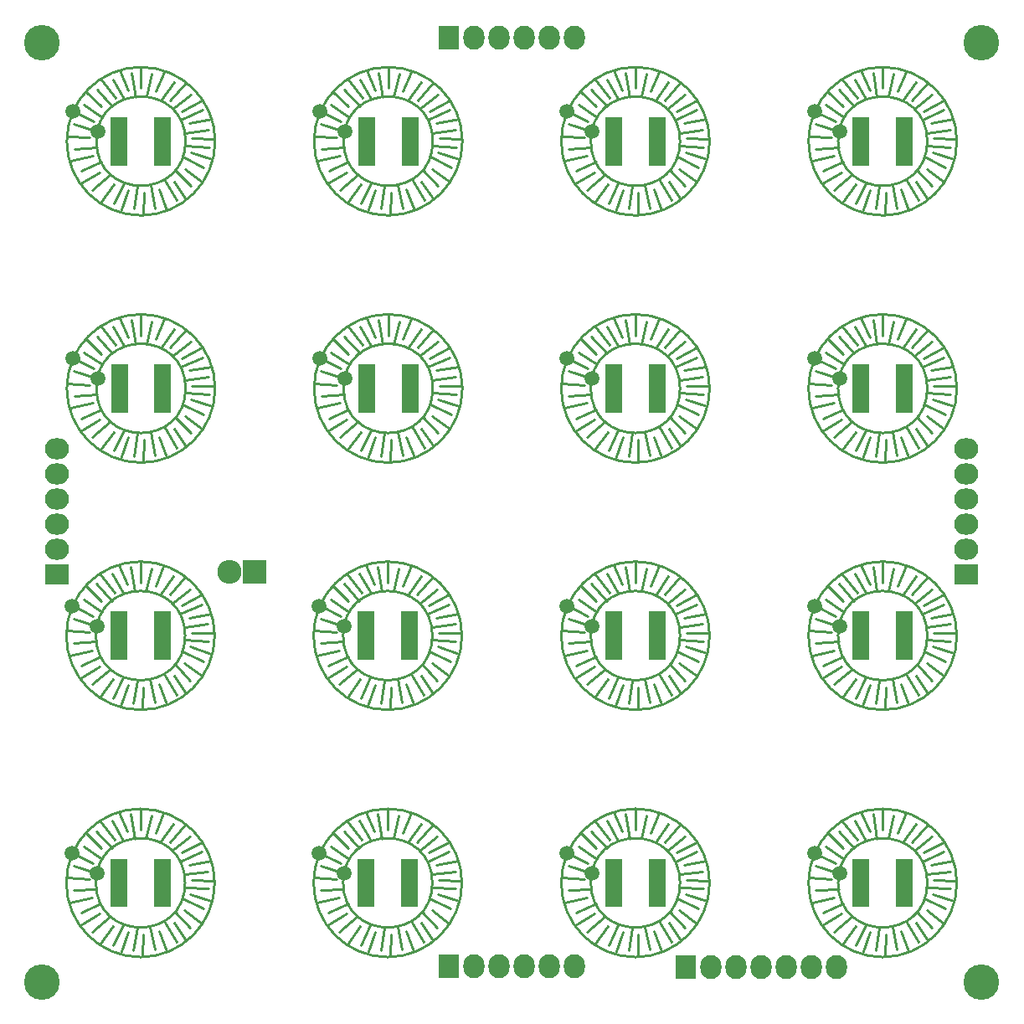
<source format=gbr>
G04 #@! TF.FileFunction,Soldermask,Top*
%FSLAX46Y46*%
G04 Gerber Fmt 4.6, Leading zero omitted, Abs format (unit mm)*
G04 Created by KiCad (PCBNEW 4.0.2-stable) date Onsdag 20 Juli 2016 10:28:16*
%MOMM*%
G01*
G04 APERTURE LIST*
%ADD10C,0.100000*%
%ADD11C,0.254000*%
%ADD12C,3.600000*%
%ADD13R,2.432000X2.432000*%
%ADD14O,2.432000X2.432000*%
%ADD15R,2.127200X2.432000*%
%ADD16O,2.127200X2.432000*%
%ADD17R,2.432000X2.127200*%
%ADD18O,2.432000X2.127200*%
%ADD19C,1.508000*%
%ADD20R,1.800000X1.800000*%
%ADD21R,1.800000X1.700000*%
G04 APERTURE END LIST*
D10*
D11*
X55700000Y-60760000D02*
X58070000Y-61520000D01*
X55020000Y-61990000D02*
X57310000Y-62130000D01*
X55730000Y-63250000D02*
X58030000Y-63100000D01*
X57600000Y-63970000D02*
X55320000Y-64480000D01*
X56480000Y-65520000D02*
X58480000Y-64580000D01*
X56370000Y-66780000D02*
X58320000Y-65630000D01*
X59440000Y-65840000D02*
X57570000Y-67420000D01*
X59730000Y-66870000D02*
X58390000Y-68720000D01*
X59750000Y-68810000D02*
X60740000Y-66750000D01*
X61200000Y-67450000D02*
X60440000Y-69630000D01*
X61780000Y-69340000D02*
X62130000Y-67010000D01*
X62780000Y-67710000D02*
X62710000Y-69940000D01*
X63930000Y-69260000D02*
X63470000Y-66910000D01*
X64340000Y-67380000D02*
X65120000Y-69430000D01*
X66120000Y-68480000D02*
X64870000Y-66340000D01*
X65860000Y-66560000D02*
X67060000Y-68340000D01*
X65950000Y-65400000D02*
X67500000Y-67020000D01*
X66930000Y-65280000D02*
X68680000Y-66580000D01*
X66720000Y-64070000D02*
X68850000Y-65120000D01*
X67540000Y-63620000D02*
X69660000Y-64300000D01*
X67000000Y-62930000D02*
X69360000Y-63090000D01*
X67660000Y-62230000D02*
X69950000Y-62260000D01*
X66960000Y-61640000D02*
X69300000Y-61320000D01*
X67380000Y-60680000D02*
X69620000Y-60260000D01*
X66520000Y-60320000D02*
X68690000Y-59350000D01*
X66630000Y-59450000D02*
X68660000Y-58360000D01*
X65680000Y-59230000D02*
X67500000Y-57800000D01*
X67020000Y-56580000D02*
X65460000Y-58360000D01*
X64490000Y-58400000D02*
X65830000Y-56490000D01*
X63990000Y-57480000D02*
X64830000Y-55460000D01*
X63050000Y-57990000D02*
X63590000Y-55710000D01*
X62490000Y-57130000D02*
X62490000Y-55010000D01*
X61910000Y-58020000D02*
X61500000Y-55550000D01*
X61170000Y-57320000D02*
X60310000Y-55350000D01*
X59640000Y-56220000D02*
X60750000Y-58200000D01*
X58450000Y-56260000D02*
X59900000Y-58140000D01*
X58050000Y-57260000D02*
X59610000Y-58980000D01*
X56970000Y-57490000D02*
X58490000Y-59000000D01*
X56720000Y-58840000D02*
X58580000Y-60070000D01*
X55650000Y-59470000D02*
X57710000Y-60500000D01*
X80700000Y-60760000D02*
X83070000Y-61520000D01*
X80020000Y-61990000D02*
X82310000Y-62130000D01*
X80730000Y-63250000D02*
X83030000Y-63100000D01*
X82600000Y-63970000D02*
X80320000Y-64480000D01*
X81480000Y-65520000D02*
X83480000Y-64580000D01*
X81370000Y-66780000D02*
X83320000Y-65630000D01*
X84440000Y-65840000D02*
X82570000Y-67420000D01*
X84730000Y-66870000D02*
X83390000Y-68720000D01*
X84750000Y-68810000D02*
X85740000Y-66750000D01*
X86200000Y-67450000D02*
X85440000Y-69630000D01*
X86780000Y-69340000D02*
X87130000Y-67010000D01*
X87780000Y-67710000D02*
X87710000Y-69940000D01*
X88930000Y-69260000D02*
X88470000Y-66910000D01*
X89340000Y-67380000D02*
X90120000Y-69430000D01*
X91120000Y-68480000D02*
X89870000Y-66340000D01*
X90860000Y-66560000D02*
X92060000Y-68340000D01*
X90950000Y-65400000D02*
X92500000Y-67020000D01*
X91930000Y-65280000D02*
X93680000Y-66580000D01*
X91720000Y-64070000D02*
X93850000Y-65120000D01*
X92540000Y-63620000D02*
X94660000Y-64300000D01*
X92000000Y-62930000D02*
X94360000Y-63090000D01*
X92660000Y-62230000D02*
X94950000Y-62260000D01*
X91960000Y-61640000D02*
X94300000Y-61320000D01*
X92380000Y-60680000D02*
X94620000Y-60260000D01*
X91520000Y-60320000D02*
X93690000Y-59350000D01*
X91630000Y-59450000D02*
X93660000Y-58360000D01*
X90680000Y-59230000D02*
X92500000Y-57800000D01*
X92020000Y-56580000D02*
X90460000Y-58360000D01*
X89490000Y-58400000D02*
X90830000Y-56490000D01*
X88990000Y-57480000D02*
X89830000Y-55460000D01*
X88050000Y-57990000D02*
X88590000Y-55710000D01*
X87490000Y-57130000D02*
X87490000Y-55010000D01*
X86910000Y-58020000D02*
X86500000Y-55550000D01*
X86170000Y-57320000D02*
X85310000Y-55350000D01*
X84640000Y-56220000D02*
X85750000Y-58200000D01*
X83450000Y-56260000D02*
X84900000Y-58140000D01*
X83050000Y-57260000D02*
X84610000Y-58980000D01*
X81970000Y-57490000D02*
X83490000Y-59000000D01*
X81720000Y-58840000D02*
X83580000Y-60070000D01*
X80650000Y-59470000D02*
X82710000Y-60500000D01*
X55700000Y-85760000D02*
X58070000Y-86520000D01*
X55020000Y-86990000D02*
X57310000Y-87130000D01*
X55730000Y-88250000D02*
X58030000Y-88100000D01*
X57600000Y-88970000D02*
X55320000Y-89480000D01*
X56480000Y-90520000D02*
X58480000Y-89580000D01*
X56370000Y-91780000D02*
X58320000Y-90630000D01*
X59440000Y-90840000D02*
X57570000Y-92420000D01*
X59730000Y-91870000D02*
X58390000Y-93720000D01*
X59750000Y-93810000D02*
X60740000Y-91750000D01*
X61200000Y-92450000D02*
X60440000Y-94630000D01*
X61780000Y-94340000D02*
X62130000Y-92010000D01*
X62780000Y-92710000D02*
X62710000Y-94940000D01*
X63930000Y-94260000D02*
X63470000Y-91910000D01*
X64340000Y-92380000D02*
X65120000Y-94430000D01*
X66120000Y-93480000D02*
X64870000Y-91340000D01*
X65860000Y-91560000D02*
X67060000Y-93340000D01*
X65950000Y-90400000D02*
X67500000Y-92020000D01*
X66930000Y-90280000D02*
X68680000Y-91580000D01*
X66720000Y-89070000D02*
X68850000Y-90120000D01*
X67540000Y-88620000D02*
X69660000Y-89300000D01*
X67000000Y-87930000D02*
X69360000Y-88090000D01*
X67660000Y-87230000D02*
X69950000Y-87260000D01*
X66960000Y-86640000D02*
X69300000Y-86320000D01*
X67380000Y-85680000D02*
X69620000Y-85260000D01*
X66520000Y-85320000D02*
X68690000Y-84350000D01*
X66630000Y-84450000D02*
X68660000Y-83360000D01*
X65680000Y-84230000D02*
X67500000Y-82800000D01*
X67020000Y-81580000D02*
X65460000Y-83360000D01*
X64490000Y-83400000D02*
X65830000Y-81490000D01*
X63990000Y-82480000D02*
X64830000Y-80460000D01*
X63050000Y-82990000D02*
X63590000Y-80710000D01*
X62490000Y-82130000D02*
X62490000Y-80010000D01*
X61910000Y-83020000D02*
X61500000Y-80550000D01*
X61170000Y-82320000D02*
X60310000Y-80350000D01*
X59640000Y-81220000D02*
X60750000Y-83200000D01*
X58450000Y-81260000D02*
X59900000Y-83140000D01*
X58050000Y-82260000D02*
X59610000Y-83980000D01*
X56970000Y-82490000D02*
X58490000Y-84000000D01*
X56720000Y-83840000D02*
X58580000Y-85070000D01*
X55650000Y-84470000D02*
X57710000Y-85500000D01*
X80700000Y-85760000D02*
X83070000Y-86520000D01*
X80020000Y-86990000D02*
X82310000Y-87130000D01*
X80730000Y-88250000D02*
X83030000Y-88100000D01*
X82600000Y-88970000D02*
X80320000Y-89480000D01*
X81480000Y-90520000D02*
X83480000Y-89580000D01*
X81370000Y-91780000D02*
X83320000Y-90630000D01*
X84440000Y-90840000D02*
X82570000Y-92420000D01*
X84730000Y-91870000D02*
X83390000Y-93720000D01*
X84750000Y-93810000D02*
X85740000Y-91750000D01*
X86200000Y-92450000D02*
X85440000Y-94630000D01*
X86780000Y-94340000D02*
X87130000Y-92010000D01*
X87780000Y-92710000D02*
X87710000Y-94940000D01*
X88930000Y-94260000D02*
X88470000Y-91910000D01*
X89340000Y-92380000D02*
X90120000Y-94430000D01*
X91120000Y-93480000D02*
X89870000Y-91340000D01*
X90860000Y-91560000D02*
X92060000Y-93340000D01*
X90950000Y-90400000D02*
X92500000Y-92020000D01*
X91930000Y-90280000D02*
X93680000Y-91580000D01*
X91720000Y-89070000D02*
X93850000Y-90120000D01*
X92540000Y-88620000D02*
X94660000Y-89300000D01*
X92000000Y-87930000D02*
X94360000Y-88090000D01*
X92660000Y-87230000D02*
X94950000Y-87260000D01*
X91960000Y-86640000D02*
X94300000Y-86320000D01*
X92380000Y-85680000D02*
X94620000Y-85260000D01*
X91520000Y-85320000D02*
X93690000Y-84350000D01*
X91630000Y-84450000D02*
X93660000Y-83360000D01*
X90680000Y-84230000D02*
X92500000Y-82800000D01*
X92020000Y-81580000D02*
X90460000Y-83360000D01*
X89490000Y-83400000D02*
X90830000Y-81490000D01*
X88990000Y-82480000D02*
X89830000Y-80460000D01*
X88050000Y-82990000D02*
X88590000Y-80710000D01*
X87490000Y-82130000D02*
X87490000Y-80010000D01*
X86910000Y-83020000D02*
X86500000Y-80550000D01*
X86170000Y-82320000D02*
X85310000Y-80350000D01*
X84640000Y-81220000D02*
X85750000Y-83200000D01*
X83450000Y-81260000D02*
X84900000Y-83140000D01*
X83050000Y-82260000D02*
X84610000Y-83980000D01*
X81970000Y-82490000D02*
X83490000Y-84000000D01*
X81720000Y-83840000D02*
X83580000Y-85070000D01*
X80650000Y-84470000D02*
X82710000Y-85500000D01*
X67000600Y-62490000D02*
G75*
G03X67000600Y-62490000I-4510600J0D01*
G01*
X69989800Y-62500000D02*
G75*
G03X69989800Y-62500000I-7499800J0D01*
G01*
X92000600Y-62490000D02*
G75*
G03X92000600Y-62490000I-4510600J0D01*
G01*
X94989800Y-62500000D02*
G75*
G03X94989800Y-62500000I-7499800J0D01*
G01*
X67000600Y-87490000D02*
G75*
G03X67000600Y-87490000I-4510600J0D01*
G01*
X69989800Y-87500000D02*
G75*
G03X69989800Y-87500000I-7499800J0D01*
G01*
X92000600Y-87490000D02*
G75*
G03X92000600Y-87490000I-4510600J0D01*
G01*
X94989800Y-87500000D02*
G75*
G03X94989800Y-87500000I-7499800J0D01*
G01*
X105700000Y-60760000D02*
X108070000Y-61520000D01*
X105020000Y-61990000D02*
X107310000Y-62130000D01*
X105730000Y-63250000D02*
X108030000Y-63100000D01*
X107600000Y-63970000D02*
X105320000Y-64480000D01*
X106480000Y-65520000D02*
X108480000Y-64580000D01*
X106370000Y-66780000D02*
X108320000Y-65630000D01*
X109440000Y-65840000D02*
X107570000Y-67420000D01*
X109730000Y-66870000D02*
X108390000Y-68720000D01*
X109750000Y-68810000D02*
X110740000Y-66750000D01*
X111200000Y-67450000D02*
X110440000Y-69630000D01*
X111780000Y-69340000D02*
X112130000Y-67010000D01*
X112780000Y-67710000D02*
X112710000Y-69940000D01*
X113930000Y-69260000D02*
X113470000Y-66910000D01*
X114340000Y-67380000D02*
X115120000Y-69430000D01*
X116120000Y-68480000D02*
X114870000Y-66340000D01*
X115860000Y-66560000D02*
X117060000Y-68340000D01*
X115950000Y-65400000D02*
X117500000Y-67020000D01*
X116930000Y-65280000D02*
X118680000Y-66580000D01*
X116720000Y-64070000D02*
X118850000Y-65120000D01*
X117540000Y-63620000D02*
X119660000Y-64300000D01*
X117000000Y-62930000D02*
X119360000Y-63090000D01*
X117660000Y-62230000D02*
X119950000Y-62260000D01*
X116960000Y-61640000D02*
X119300000Y-61320000D01*
X117380000Y-60680000D02*
X119620000Y-60260000D01*
X116520000Y-60320000D02*
X118690000Y-59350000D01*
X116630000Y-59450000D02*
X118660000Y-58360000D01*
X115680000Y-59230000D02*
X117500000Y-57800000D01*
X117020000Y-56580000D02*
X115460000Y-58360000D01*
X114490000Y-58400000D02*
X115830000Y-56490000D01*
X113990000Y-57480000D02*
X114830000Y-55460000D01*
X113050000Y-57990000D02*
X113590000Y-55710000D01*
X112490000Y-57130000D02*
X112490000Y-55010000D01*
X111910000Y-58020000D02*
X111500000Y-55550000D01*
X111170000Y-57320000D02*
X110310000Y-55350000D01*
X109640000Y-56220000D02*
X110750000Y-58200000D01*
X108450000Y-56260000D02*
X109900000Y-58140000D01*
X108050000Y-57260000D02*
X109610000Y-58980000D01*
X106970000Y-57490000D02*
X108490000Y-59000000D01*
X106720000Y-58840000D02*
X108580000Y-60070000D01*
X105650000Y-59470000D02*
X107710000Y-60500000D01*
X130700000Y-60760000D02*
X133070000Y-61520000D01*
X130020000Y-61990000D02*
X132310000Y-62130000D01*
X130730000Y-63250000D02*
X133030000Y-63100000D01*
X132600000Y-63970000D02*
X130320000Y-64480000D01*
X131480000Y-65520000D02*
X133480000Y-64580000D01*
X131370000Y-66780000D02*
X133320000Y-65630000D01*
X134440000Y-65840000D02*
X132570000Y-67420000D01*
X134730000Y-66870000D02*
X133390000Y-68720000D01*
X134750000Y-68810000D02*
X135740000Y-66750000D01*
X136200000Y-67450000D02*
X135440000Y-69630000D01*
X136780000Y-69340000D02*
X137130000Y-67010000D01*
X137780000Y-67710000D02*
X137710000Y-69940000D01*
X138930000Y-69260000D02*
X138470000Y-66910000D01*
X139340000Y-67380000D02*
X140120000Y-69430000D01*
X141120000Y-68480000D02*
X139870000Y-66340000D01*
X140860000Y-66560000D02*
X142060000Y-68340000D01*
X140950000Y-65400000D02*
X142500000Y-67020000D01*
X141930000Y-65280000D02*
X143680000Y-66580000D01*
X141720000Y-64070000D02*
X143850000Y-65120000D01*
X142540000Y-63620000D02*
X144660000Y-64300000D01*
X142000000Y-62930000D02*
X144360000Y-63090000D01*
X142660000Y-62230000D02*
X144950000Y-62260000D01*
X141960000Y-61640000D02*
X144300000Y-61320000D01*
X142380000Y-60680000D02*
X144620000Y-60260000D01*
X141520000Y-60320000D02*
X143690000Y-59350000D01*
X141630000Y-59450000D02*
X143660000Y-58360000D01*
X140680000Y-59230000D02*
X142500000Y-57800000D01*
X142020000Y-56580000D02*
X140460000Y-58360000D01*
X139490000Y-58400000D02*
X140830000Y-56490000D01*
X138990000Y-57480000D02*
X139830000Y-55460000D01*
X138050000Y-57990000D02*
X138590000Y-55710000D01*
X137490000Y-57130000D02*
X137490000Y-55010000D01*
X136910000Y-58020000D02*
X136500000Y-55550000D01*
X136170000Y-57320000D02*
X135310000Y-55350000D01*
X134640000Y-56220000D02*
X135750000Y-58200000D01*
X133450000Y-56260000D02*
X134900000Y-58140000D01*
X133050000Y-57260000D02*
X134610000Y-58980000D01*
X131970000Y-57490000D02*
X133490000Y-59000000D01*
X131720000Y-58840000D02*
X133580000Y-60070000D01*
X130650000Y-59470000D02*
X132710000Y-60500000D01*
X105700000Y-85760000D02*
X108070000Y-86520000D01*
X105020000Y-86990000D02*
X107310000Y-87130000D01*
X105730000Y-88250000D02*
X108030000Y-88100000D01*
X107600000Y-88970000D02*
X105320000Y-89480000D01*
X106480000Y-90520000D02*
X108480000Y-89580000D01*
X106370000Y-91780000D02*
X108320000Y-90630000D01*
X109440000Y-90840000D02*
X107570000Y-92420000D01*
X109730000Y-91870000D02*
X108390000Y-93720000D01*
X109750000Y-93810000D02*
X110740000Y-91750000D01*
X111200000Y-92450000D02*
X110440000Y-94630000D01*
X111780000Y-94340000D02*
X112130000Y-92010000D01*
X112780000Y-92710000D02*
X112710000Y-94940000D01*
X113930000Y-94260000D02*
X113470000Y-91910000D01*
X114340000Y-92380000D02*
X115120000Y-94430000D01*
X116120000Y-93480000D02*
X114870000Y-91340000D01*
X115860000Y-91560000D02*
X117060000Y-93340000D01*
X115950000Y-90400000D02*
X117500000Y-92020000D01*
X116930000Y-90280000D02*
X118680000Y-91580000D01*
X116720000Y-89070000D02*
X118850000Y-90120000D01*
X117540000Y-88620000D02*
X119660000Y-89300000D01*
X117000000Y-87930000D02*
X119360000Y-88090000D01*
X117660000Y-87230000D02*
X119950000Y-87260000D01*
X116960000Y-86640000D02*
X119300000Y-86320000D01*
X117380000Y-85680000D02*
X119620000Y-85260000D01*
X116520000Y-85320000D02*
X118690000Y-84350000D01*
X116630000Y-84450000D02*
X118660000Y-83360000D01*
X115680000Y-84230000D02*
X117500000Y-82800000D01*
X117020000Y-81580000D02*
X115460000Y-83360000D01*
X114490000Y-83400000D02*
X115830000Y-81490000D01*
X113990000Y-82480000D02*
X114830000Y-80460000D01*
X113050000Y-82990000D02*
X113590000Y-80710000D01*
X112490000Y-82130000D02*
X112490000Y-80010000D01*
X111910000Y-83020000D02*
X111500000Y-80550000D01*
X111170000Y-82320000D02*
X110310000Y-80350000D01*
X109640000Y-81220000D02*
X110750000Y-83200000D01*
X108450000Y-81260000D02*
X109900000Y-83140000D01*
X108050000Y-82260000D02*
X109610000Y-83980000D01*
X106970000Y-82490000D02*
X108490000Y-84000000D01*
X106720000Y-83840000D02*
X108580000Y-85070000D01*
X105650000Y-84470000D02*
X107710000Y-85500000D01*
X130700000Y-85760000D02*
X133070000Y-86520000D01*
X130020000Y-86990000D02*
X132310000Y-87130000D01*
X130730000Y-88250000D02*
X133030000Y-88100000D01*
X132600000Y-88970000D02*
X130320000Y-89480000D01*
X131480000Y-90520000D02*
X133480000Y-89580000D01*
X131370000Y-91780000D02*
X133320000Y-90630000D01*
X134440000Y-90840000D02*
X132570000Y-92420000D01*
X134730000Y-91870000D02*
X133390000Y-93720000D01*
X134750000Y-93810000D02*
X135740000Y-91750000D01*
X136200000Y-92450000D02*
X135440000Y-94630000D01*
X136780000Y-94340000D02*
X137130000Y-92010000D01*
X137780000Y-92710000D02*
X137710000Y-94940000D01*
X138930000Y-94260000D02*
X138470000Y-91910000D01*
X139340000Y-92380000D02*
X140120000Y-94430000D01*
X141120000Y-93480000D02*
X139870000Y-91340000D01*
X140860000Y-91560000D02*
X142060000Y-93340000D01*
X140950000Y-90400000D02*
X142500000Y-92020000D01*
X141930000Y-90280000D02*
X143680000Y-91580000D01*
X141720000Y-89070000D02*
X143850000Y-90120000D01*
X142540000Y-88620000D02*
X144660000Y-89300000D01*
X142000000Y-87930000D02*
X144360000Y-88090000D01*
X142660000Y-87230000D02*
X144950000Y-87260000D01*
X141960000Y-86640000D02*
X144300000Y-86320000D01*
X142380000Y-85680000D02*
X144620000Y-85260000D01*
X141520000Y-85320000D02*
X143690000Y-84350000D01*
X141630000Y-84450000D02*
X143660000Y-83360000D01*
X140680000Y-84230000D02*
X142500000Y-82800000D01*
X142020000Y-81580000D02*
X140460000Y-83360000D01*
X139490000Y-83400000D02*
X140830000Y-81490000D01*
X138990000Y-82480000D02*
X139830000Y-80460000D01*
X138050000Y-82990000D02*
X138590000Y-80710000D01*
X137490000Y-82130000D02*
X137490000Y-80010000D01*
X136910000Y-83020000D02*
X136500000Y-80550000D01*
X136170000Y-82320000D02*
X135310000Y-80350000D01*
X134640000Y-81220000D02*
X135750000Y-83200000D01*
X133450000Y-81260000D02*
X134900000Y-83140000D01*
X133050000Y-82260000D02*
X134610000Y-83980000D01*
X131970000Y-82490000D02*
X133490000Y-84000000D01*
X131720000Y-83840000D02*
X133580000Y-85070000D01*
X130650000Y-84470000D02*
X132710000Y-85500000D01*
X117000600Y-62490000D02*
G75*
G03X117000600Y-62490000I-4510600J0D01*
G01*
X119989800Y-62500000D02*
G75*
G03X119989800Y-62500000I-7499800J0D01*
G01*
X142000600Y-62490000D02*
G75*
G03X142000600Y-62490000I-4510600J0D01*
G01*
X144989800Y-62500000D02*
G75*
G03X144989800Y-62500000I-7499800J0D01*
G01*
X117000600Y-87490000D02*
G75*
G03X117000600Y-87490000I-4510600J0D01*
G01*
X119989800Y-87500000D02*
G75*
G03X119989800Y-87500000I-7499800J0D01*
G01*
X142000600Y-87490000D02*
G75*
G03X142000600Y-87490000I-4510600J0D01*
G01*
X144989800Y-87500000D02*
G75*
G03X144989800Y-87500000I-7499800J0D01*
G01*
X55652000Y-110761000D02*
X58022000Y-111521000D01*
X54972000Y-111991000D02*
X57262000Y-112131000D01*
X55682000Y-113251000D02*
X57982000Y-113101000D01*
X57552000Y-113971000D02*
X55272000Y-114481000D01*
X56432000Y-115521000D02*
X58432000Y-114581000D01*
X56322000Y-116781000D02*
X58272000Y-115631000D01*
X59392000Y-115841000D02*
X57522000Y-117421000D01*
X59682000Y-116871000D02*
X58342000Y-118721000D01*
X59702000Y-118811000D02*
X60692000Y-116751000D01*
X61152000Y-117451000D02*
X60392000Y-119631000D01*
X61732000Y-119341000D02*
X62082000Y-117011000D01*
X62732000Y-117711000D02*
X62662000Y-119941000D01*
X63882000Y-119261000D02*
X63422000Y-116911000D01*
X64292000Y-117381000D02*
X65072000Y-119431000D01*
X66072000Y-118481000D02*
X64822000Y-116341000D01*
X65812000Y-116561000D02*
X67012000Y-118341000D01*
X65902000Y-115401000D02*
X67452000Y-117021000D01*
X66882000Y-115281000D02*
X68632000Y-116581000D01*
X66672000Y-114071000D02*
X68802000Y-115121000D01*
X67492000Y-113621000D02*
X69612000Y-114301000D01*
X66952000Y-112931000D02*
X69312000Y-113091000D01*
X67612000Y-112231000D02*
X69902000Y-112261000D01*
X66912000Y-111641000D02*
X69252000Y-111321000D01*
X67332000Y-110681000D02*
X69572000Y-110261000D01*
X66472000Y-110321000D02*
X68642000Y-109351000D01*
X66582000Y-109451000D02*
X68612000Y-108361000D01*
X65632000Y-109231000D02*
X67452000Y-107801000D01*
X66972000Y-106581000D02*
X65412000Y-108361000D01*
X64442000Y-108401000D02*
X65782000Y-106491000D01*
X63942000Y-107481000D02*
X64782000Y-105461000D01*
X63002000Y-107991000D02*
X63542000Y-105711000D01*
X62442000Y-107131000D02*
X62442000Y-105011000D01*
X61862000Y-108021000D02*
X61452000Y-105551000D01*
X61122000Y-107321000D02*
X60262000Y-105351000D01*
X59592000Y-106221000D02*
X60702000Y-108201000D01*
X58402000Y-106261000D02*
X59852000Y-108141000D01*
X58002000Y-107261000D02*
X59562000Y-108981000D01*
X56922000Y-107491000D02*
X58442000Y-109001000D01*
X56672000Y-108841000D02*
X58532000Y-110071000D01*
X55602000Y-109471000D02*
X57662000Y-110501000D01*
X80652000Y-110761000D02*
X83022000Y-111521000D01*
X79972000Y-111991000D02*
X82262000Y-112131000D01*
X80682000Y-113251000D02*
X82982000Y-113101000D01*
X82552000Y-113971000D02*
X80272000Y-114481000D01*
X81432000Y-115521000D02*
X83432000Y-114581000D01*
X81322000Y-116781000D02*
X83272000Y-115631000D01*
X84392000Y-115841000D02*
X82522000Y-117421000D01*
X84682000Y-116871000D02*
X83342000Y-118721000D01*
X84702000Y-118811000D02*
X85692000Y-116751000D01*
X86152000Y-117451000D02*
X85392000Y-119631000D01*
X86732000Y-119341000D02*
X87082000Y-117011000D01*
X87732000Y-117711000D02*
X87662000Y-119941000D01*
X88882000Y-119261000D02*
X88422000Y-116911000D01*
X89292000Y-117381000D02*
X90072000Y-119431000D01*
X91072000Y-118481000D02*
X89822000Y-116341000D01*
X90812000Y-116561000D02*
X92012000Y-118341000D01*
X90902000Y-115401000D02*
X92452000Y-117021000D01*
X91882000Y-115281000D02*
X93632000Y-116581000D01*
X91672000Y-114071000D02*
X93802000Y-115121000D01*
X92492000Y-113621000D02*
X94612000Y-114301000D01*
X91952000Y-112931000D02*
X94312000Y-113091000D01*
X92612000Y-112231000D02*
X94902000Y-112261000D01*
X91912000Y-111641000D02*
X94252000Y-111321000D01*
X92332000Y-110681000D02*
X94572000Y-110261000D01*
X91472000Y-110321000D02*
X93642000Y-109351000D01*
X91582000Y-109451000D02*
X93612000Y-108361000D01*
X90632000Y-109231000D02*
X92452000Y-107801000D01*
X91972000Y-106581000D02*
X90412000Y-108361000D01*
X89442000Y-108401000D02*
X90782000Y-106491000D01*
X88942000Y-107481000D02*
X89782000Y-105461000D01*
X88002000Y-107991000D02*
X88542000Y-105711000D01*
X87442000Y-107131000D02*
X87442000Y-105011000D01*
X86862000Y-108021000D02*
X86452000Y-105551000D01*
X86122000Y-107321000D02*
X85262000Y-105351000D01*
X84592000Y-106221000D02*
X85702000Y-108201000D01*
X83402000Y-106261000D02*
X84852000Y-108141000D01*
X83002000Y-107261000D02*
X84562000Y-108981000D01*
X81922000Y-107491000D02*
X83442000Y-109001000D01*
X81672000Y-108841000D02*
X83532000Y-110071000D01*
X80602000Y-109471000D02*
X82662000Y-110501000D01*
X55652000Y-135761000D02*
X58022000Y-136521000D01*
X54972000Y-136991000D02*
X57262000Y-137131000D01*
X55682000Y-138251000D02*
X57982000Y-138101000D01*
X57552000Y-138971000D02*
X55272000Y-139481000D01*
X56432000Y-140521000D02*
X58432000Y-139581000D01*
X56322000Y-141781000D02*
X58272000Y-140631000D01*
X59392000Y-140841000D02*
X57522000Y-142421000D01*
X59682000Y-141871000D02*
X58342000Y-143721000D01*
X59702000Y-143811000D02*
X60692000Y-141751000D01*
X61152000Y-142451000D02*
X60392000Y-144631000D01*
X61732000Y-144341000D02*
X62082000Y-142011000D01*
X62732000Y-142711000D02*
X62662000Y-144941000D01*
X63882000Y-144261000D02*
X63422000Y-141911000D01*
X64292000Y-142381000D02*
X65072000Y-144431000D01*
X66072000Y-143481000D02*
X64822000Y-141341000D01*
X65812000Y-141561000D02*
X67012000Y-143341000D01*
X65902000Y-140401000D02*
X67452000Y-142021000D01*
X66882000Y-140281000D02*
X68632000Y-141581000D01*
X66672000Y-139071000D02*
X68802000Y-140121000D01*
X67492000Y-138621000D02*
X69612000Y-139301000D01*
X66952000Y-137931000D02*
X69312000Y-138091000D01*
X67612000Y-137231000D02*
X69902000Y-137261000D01*
X66912000Y-136641000D02*
X69252000Y-136321000D01*
X67332000Y-135681000D02*
X69572000Y-135261000D01*
X66472000Y-135321000D02*
X68642000Y-134351000D01*
X66582000Y-134451000D02*
X68612000Y-133361000D01*
X65632000Y-134231000D02*
X67452000Y-132801000D01*
X66972000Y-131581000D02*
X65412000Y-133361000D01*
X64442000Y-133401000D02*
X65782000Y-131491000D01*
X63942000Y-132481000D02*
X64782000Y-130461000D01*
X63002000Y-132991000D02*
X63542000Y-130711000D01*
X62442000Y-132131000D02*
X62442000Y-130011000D01*
X61862000Y-133021000D02*
X61452000Y-130551000D01*
X61122000Y-132321000D02*
X60262000Y-130351000D01*
X59592000Y-131221000D02*
X60702000Y-133201000D01*
X58402000Y-131261000D02*
X59852000Y-133141000D01*
X58002000Y-132261000D02*
X59562000Y-133981000D01*
X56922000Y-132491000D02*
X58442000Y-134001000D01*
X56672000Y-133841000D02*
X58532000Y-135071000D01*
X55602000Y-134471000D02*
X57662000Y-135501000D01*
X80652000Y-135761000D02*
X83022000Y-136521000D01*
X79972000Y-136991000D02*
X82262000Y-137131000D01*
X80682000Y-138251000D02*
X82982000Y-138101000D01*
X82552000Y-138971000D02*
X80272000Y-139481000D01*
X81432000Y-140521000D02*
X83432000Y-139581000D01*
X81322000Y-141781000D02*
X83272000Y-140631000D01*
X84392000Y-140841000D02*
X82522000Y-142421000D01*
X84682000Y-141871000D02*
X83342000Y-143721000D01*
X84702000Y-143811000D02*
X85692000Y-141751000D01*
X86152000Y-142451000D02*
X85392000Y-144631000D01*
X86732000Y-144341000D02*
X87082000Y-142011000D01*
X87732000Y-142711000D02*
X87662000Y-144941000D01*
X88882000Y-144261000D02*
X88422000Y-141911000D01*
X89292000Y-142381000D02*
X90072000Y-144431000D01*
X91072000Y-143481000D02*
X89822000Y-141341000D01*
X90812000Y-141561000D02*
X92012000Y-143341000D01*
X90902000Y-140401000D02*
X92452000Y-142021000D01*
X91882000Y-140281000D02*
X93632000Y-141581000D01*
X91672000Y-139071000D02*
X93802000Y-140121000D01*
X92492000Y-138621000D02*
X94612000Y-139301000D01*
X91952000Y-137931000D02*
X94312000Y-138091000D01*
X92612000Y-137231000D02*
X94902000Y-137261000D01*
X91912000Y-136641000D02*
X94252000Y-136321000D01*
X92332000Y-135681000D02*
X94572000Y-135261000D01*
X91472000Y-135321000D02*
X93642000Y-134351000D01*
X91582000Y-134451000D02*
X93612000Y-133361000D01*
X90632000Y-134231000D02*
X92452000Y-132801000D01*
X91972000Y-131581000D02*
X90412000Y-133361000D01*
X89442000Y-133401000D02*
X90782000Y-131491000D01*
X88942000Y-132481000D02*
X89782000Y-130461000D01*
X88002000Y-132991000D02*
X88542000Y-130711000D01*
X87442000Y-132131000D02*
X87442000Y-130011000D01*
X86862000Y-133021000D02*
X86452000Y-130551000D01*
X86122000Y-132321000D02*
X85262000Y-130351000D01*
X84592000Y-131221000D02*
X85702000Y-133201000D01*
X83402000Y-131261000D02*
X84852000Y-133141000D01*
X83002000Y-132261000D02*
X84562000Y-133981000D01*
X81922000Y-132491000D02*
X83442000Y-134001000D01*
X81672000Y-133841000D02*
X83532000Y-135071000D01*
X80602000Y-134471000D02*
X82662000Y-135501000D01*
X66952600Y-112491000D02*
G75*
G03X66952600Y-112491000I-4510600J0D01*
G01*
X69941800Y-112501000D02*
G75*
G03X69941800Y-112501000I-7499800J0D01*
G01*
X91952600Y-112491000D02*
G75*
G03X91952600Y-112491000I-4510600J0D01*
G01*
X94941800Y-112501000D02*
G75*
G03X94941800Y-112501000I-7499800J0D01*
G01*
X66952600Y-137491000D02*
G75*
G03X66952600Y-137491000I-4510600J0D01*
G01*
X69941800Y-137501000D02*
G75*
G03X69941800Y-137501000I-7499800J0D01*
G01*
X91952600Y-137491000D02*
G75*
G03X91952600Y-137491000I-4510600J0D01*
G01*
X94941800Y-137501000D02*
G75*
G03X94941800Y-137501000I-7499800J0D01*
G01*
X105700000Y-110760000D02*
X108070000Y-111520000D01*
X105020000Y-111990000D02*
X107310000Y-112130000D01*
X105730000Y-113250000D02*
X108030000Y-113100000D01*
X107600000Y-113970000D02*
X105320000Y-114480000D01*
X106480000Y-115520000D02*
X108480000Y-114580000D01*
X106370000Y-116780000D02*
X108320000Y-115630000D01*
X109440000Y-115840000D02*
X107570000Y-117420000D01*
X109730000Y-116870000D02*
X108390000Y-118720000D01*
X109750000Y-118810000D02*
X110740000Y-116750000D01*
X111200000Y-117450000D02*
X110440000Y-119630000D01*
X111780000Y-119340000D02*
X112130000Y-117010000D01*
X112780000Y-117710000D02*
X112710000Y-119940000D01*
X113930000Y-119260000D02*
X113470000Y-116910000D01*
X114340000Y-117380000D02*
X115120000Y-119430000D01*
X116120000Y-118480000D02*
X114870000Y-116340000D01*
X115860000Y-116560000D02*
X117060000Y-118340000D01*
X115950000Y-115400000D02*
X117500000Y-117020000D01*
X116930000Y-115280000D02*
X118680000Y-116580000D01*
X116720000Y-114070000D02*
X118850000Y-115120000D01*
X117540000Y-113620000D02*
X119660000Y-114300000D01*
X117000000Y-112930000D02*
X119360000Y-113090000D01*
X117660000Y-112230000D02*
X119950000Y-112260000D01*
X116960000Y-111640000D02*
X119300000Y-111320000D01*
X117380000Y-110680000D02*
X119620000Y-110260000D01*
X116520000Y-110320000D02*
X118690000Y-109350000D01*
X116630000Y-109450000D02*
X118660000Y-108360000D01*
X115680000Y-109230000D02*
X117500000Y-107800000D01*
X117020000Y-106580000D02*
X115460000Y-108360000D01*
X114490000Y-108400000D02*
X115830000Y-106490000D01*
X113990000Y-107480000D02*
X114830000Y-105460000D01*
X113050000Y-107990000D02*
X113590000Y-105710000D01*
X112490000Y-107130000D02*
X112490000Y-105010000D01*
X111910000Y-108020000D02*
X111500000Y-105550000D01*
X111170000Y-107320000D02*
X110310000Y-105350000D01*
X109640000Y-106220000D02*
X110750000Y-108200000D01*
X108450000Y-106260000D02*
X109900000Y-108140000D01*
X108050000Y-107260000D02*
X109610000Y-108980000D01*
X106970000Y-107490000D02*
X108490000Y-109000000D01*
X106720000Y-108840000D02*
X108580000Y-110070000D01*
X105650000Y-109470000D02*
X107710000Y-110500000D01*
X130700000Y-110760000D02*
X133070000Y-111520000D01*
X130020000Y-111990000D02*
X132310000Y-112130000D01*
X130730000Y-113250000D02*
X133030000Y-113100000D01*
X132600000Y-113970000D02*
X130320000Y-114480000D01*
X131480000Y-115520000D02*
X133480000Y-114580000D01*
X131370000Y-116780000D02*
X133320000Y-115630000D01*
X134440000Y-115840000D02*
X132570000Y-117420000D01*
X134730000Y-116870000D02*
X133390000Y-118720000D01*
X134750000Y-118810000D02*
X135740000Y-116750000D01*
X136200000Y-117450000D02*
X135440000Y-119630000D01*
X136780000Y-119340000D02*
X137130000Y-117010000D01*
X137780000Y-117710000D02*
X137710000Y-119940000D01*
X138930000Y-119260000D02*
X138470000Y-116910000D01*
X139340000Y-117380000D02*
X140120000Y-119430000D01*
X141120000Y-118480000D02*
X139870000Y-116340000D01*
X140860000Y-116560000D02*
X142060000Y-118340000D01*
X140950000Y-115400000D02*
X142500000Y-117020000D01*
X141930000Y-115280000D02*
X143680000Y-116580000D01*
X141720000Y-114070000D02*
X143850000Y-115120000D01*
X142540000Y-113620000D02*
X144660000Y-114300000D01*
X142000000Y-112930000D02*
X144360000Y-113090000D01*
X142660000Y-112230000D02*
X144950000Y-112260000D01*
X141960000Y-111640000D02*
X144300000Y-111320000D01*
X142380000Y-110680000D02*
X144620000Y-110260000D01*
X141520000Y-110320000D02*
X143690000Y-109350000D01*
X141630000Y-109450000D02*
X143660000Y-108360000D01*
X140680000Y-109230000D02*
X142500000Y-107800000D01*
X142020000Y-106580000D02*
X140460000Y-108360000D01*
X139490000Y-108400000D02*
X140830000Y-106490000D01*
X138990000Y-107480000D02*
X139830000Y-105460000D01*
X138050000Y-107990000D02*
X138590000Y-105710000D01*
X137490000Y-107130000D02*
X137490000Y-105010000D01*
X136910000Y-108020000D02*
X136500000Y-105550000D01*
X136170000Y-107320000D02*
X135310000Y-105350000D01*
X134640000Y-106220000D02*
X135750000Y-108200000D01*
X133450000Y-106260000D02*
X134900000Y-108140000D01*
X133050000Y-107260000D02*
X134610000Y-108980000D01*
X131970000Y-107490000D02*
X133490000Y-109000000D01*
X131720000Y-108840000D02*
X133580000Y-110070000D01*
X130650000Y-109470000D02*
X132710000Y-110500000D01*
X105700000Y-135760000D02*
X108070000Y-136520000D01*
X105020000Y-136990000D02*
X107310000Y-137130000D01*
X105730000Y-138250000D02*
X108030000Y-138100000D01*
X107600000Y-138970000D02*
X105320000Y-139480000D01*
X106480000Y-140520000D02*
X108480000Y-139580000D01*
X106370000Y-141780000D02*
X108320000Y-140630000D01*
X109440000Y-140840000D02*
X107570000Y-142420000D01*
X109730000Y-141870000D02*
X108390000Y-143720000D01*
X109750000Y-143810000D02*
X110740000Y-141750000D01*
X111200000Y-142450000D02*
X110440000Y-144630000D01*
X111780000Y-144340000D02*
X112130000Y-142010000D01*
X112780000Y-142710000D02*
X112710000Y-144940000D01*
X113930000Y-144260000D02*
X113470000Y-141910000D01*
X114340000Y-142380000D02*
X115120000Y-144430000D01*
X116120000Y-143480000D02*
X114870000Y-141340000D01*
X115860000Y-141560000D02*
X117060000Y-143340000D01*
X115950000Y-140400000D02*
X117500000Y-142020000D01*
X116930000Y-140280000D02*
X118680000Y-141580000D01*
X116720000Y-139070000D02*
X118850000Y-140120000D01*
X117540000Y-138620000D02*
X119660000Y-139300000D01*
X117000000Y-137930000D02*
X119360000Y-138090000D01*
X117660000Y-137230000D02*
X119950000Y-137260000D01*
X116960000Y-136640000D02*
X119300000Y-136320000D01*
X117380000Y-135680000D02*
X119620000Y-135260000D01*
X116520000Y-135320000D02*
X118690000Y-134350000D01*
X116630000Y-134450000D02*
X118660000Y-133360000D01*
X115680000Y-134230000D02*
X117500000Y-132800000D01*
X117020000Y-131580000D02*
X115460000Y-133360000D01*
X114490000Y-133400000D02*
X115830000Y-131490000D01*
X113990000Y-132480000D02*
X114830000Y-130460000D01*
X113050000Y-132990000D02*
X113590000Y-130710000D01*
X112490000Y-132130000D02*
X112490000Y-130010000D01*
X111910000Y-133020000D02*
X111500000Y-130550000D01*
X111170000Y-132320000D02*
X110310000Y-130350000D01*
X109640000Y-131220000D02*
X110750000Y-133200000D01*
X108450000Y-131260000D02*
X109900000Y-133140000D01*
X108050000Y-132260000D02*
X109610000Y-133980000D01*
X106970000Y-132490000D02*
X108490000Y-134000000D01*
X106720000Y-133840000D02*
X108580000Y-135070000D01*
X105650000Y-134470000D02*
X107710000Y-135500000D01*
X130700000Y-135760000D02*
X133070000Y-136520000D01*
X130020000Y-136990000D02*
X132310000Y-137130000D01*
X130730000Y-138250000D02*
X133030000Y-138100000D01*
X132600000Y-138970000D02*
X130320000Y-139480000D01*
X131480000Y-140520000D02*
X133480000Y-139580000D01*
X131370000Y-141780000D02*
X133320000Y-140630000D01*
X134440000Y-140840000D02*
X132570000Y-142420000D01*
X134730000Y-141870000D02*
X133390000Y-143720000D01*
X134750000Y-143810000D02*
X135740000Y-141750000D01*
X136200000Y-142450000D02*
X135440000Y-144630000D01*
X136780000Y-144340000D02*
X137130000Y-142010000D01*
X137780000Y-142710000D02*
X137710000Y-144940000D01*
X138930000Y-144260000D02*
X138470000Y-141910000D01*
X139340000Y-142380000D02*
X140120000Y-144430000D01*
X141120000Y-143480000D02*
X139870000Y-141340000D01*
X140860000Y-141560000D02*
X142060000Y-143340000D01*
X140950000Y-140400000D02*
X142500000Y-142020000D01*
X141930000Y-140280000D02*
X143680000Y-141580000D01*
X141720000Y-139070000D02*
X143850000Y-140120000D01*
X142540000Y-138620000D02*
X144660000Y-139300000D01*
X142000000Y-137930000D02*
X144360000Y-138090000D01*
X142660000Y-137230000D02*
X144950000Y-137260000D01*
X141960000Y-136640000D02*
X144300000Y-136320000D01*
X142380000Y-135680000D02*
X144620000Y-135260000D01*
X141520000Y-135320000D02*
X143690000Y-134350000D01*
X141630000Y-134450000D02*
X143660000Y-133360000D01*
X140680000Y-134230000D02*
X142500000Y-132800000D01*
X142020000Y-131580000D02*
X140460000Y-133360000D01*
X139490000Y-133400000D02*
X140830000Y-131490000D01*
X138990000Y-132480000D02*
X139830000Y-130460000D01*
X138050000Y-132990000D02*
X138590000Y-130710000D01*
X137490000Y-132130000D02*
X137490000Y-130010000D01*
X136910000Y-133020000D02*
X136500000Y-130550000D01*
X136170000Y-132320000D02*
X135310000Y-130350000D01*
X134640000Y-131220000D02*
X135750000Y-133200000D01*
X133450000Y-131260000D02*
X134900000Y-133140000D01*
X133050000Y-132260000D02*
X134610000Y-133980000D01*
X131970000Y-132490000D02*
X133490000Y-134000000D01*
X131720000Y-133840000D02*
X133580000Y-135070000D01*
X130650000Y-134470000D02*
X132710000Y-135500000D01*
X117000600Y-112490000D02*
G75*
G03X117000600Y-112490000I-4510600J0D01*
G01*
X119989800Y-112500000D02*
G75*
G03X119989800Y-112500000I-7499800J0D01*
G01*
X142000600Y-112490000D02*
G75*
G03X142000600Y-112490000I-4510600J0D01*
G01*
X144989800Y-112500000D02*
G75*
G03X144989800Y-112500000I-7499800J0D01*
G01*
X117000600Y-137490000D02*
G75*
G03X117000600Y-137490000I-4510600J0D01*
G01*
X119989800Y-137500000D02*
G75*
G03X119989800Y-137500000I-7499800J0D01*
G01*
X142000600Y-137490000D02*
G75*
G03X142000600Y-137490000I-4510600J0D01*
G01*
X144989800Y-137500000D02*
G75*
G03X144989800Y-137500000I-7499800J0D01*
G01*
D12*
X52500000Y-52500000D03*
X147500000Y-52500000D03*
X147500000Y-147500000D03*
D13*
X73950000Y-106025000D03*
D14*
X71410000Y-106025000D03*
D15*
X93630000Y-52040000D03*
D16*
X96170000Y-52040000D03*
X98710000Y-52040000D03*
X101250000Y-52040000D03*
X103790000Y-52040000D03*
X106330000Y-52040000D03*
D17*
X53950000Y-106330000D03*
D18*
X53950000Y-103790000D03*
X53950000Y-101250000D03*
X53950000Y-98710000D03*
X53950000Y-96170000D03*
X53950000Y-93630000D03*
D17*
X145950000Y-106320000D03*
D18*
X145950000Y-103780000D03*
X145950000Y-101240000D03*
X145950000Y-98700000D03*
X145950000Y-96160000D03*
X145950000Y-93620000D03*
D15*
X93620000Y-145950000D03*
D16*
X96160000Y-145950000D03*
X98700000Y-145950000D03*
X101240000Y-145950000D03*
X103780000Y-145950000D03*
X106320000Y-145950000D03*
D15*
X117580000Y-145970000D03*
D16*
X120120000Y-145970000D03*
X122660000Y-145970000D03*
X125200000Y-145970000D03*
X127740000Y-145970000D03*
X130280000Y-145970000D03*
X132820000Y-145970000D03*
D19*
X58118000Y-61519000D03*
X55578000Y-59487000D03*
X83118000Y-61519000D03*
X80578000Y-59487000D03*
X58118000Y-86519000D03*
X55578000Y-84487000D03*
X83118000Y-86519000D03*
X80578000Y-84487000D03*
X108118000Y-61519000D03*
X105578000Y-59487000D03*
X133118000Y-61519000D03*
X130578000Y-59487000D03*
X108118000Y-86519000D03*
X105578000Y-84487000D03*
X133118000Y-86519000D03*
X130578000Y-84487000D03*
X58070000Y-111520000D03*
X55530000Y-109488000D03*
X83070000Y-111520000D03*
X80530000Y-109488000D03*
X58070000Y-136520000D03*
X55530000Y-134488000D03*
X83070000Y-136520000D03*
X80530000Y-134488000D03*
X108118000Y-111519000D03*
X105578000Y-109487000D03*
X133118000Y-111519000D03*
X130578000Y-109487000D03*
X108118000Y-136519000D03*
X105578000Y-134487000D03*
X133118000Y-136519000D03*
X130578000Y-134487000D03*
D20*
X60290000Y-64100000D03*
X64690000Y-64100000D03*
D21*
X64690000Y-62500000D03*
X60290000Y-62500000D03*
D20*
X60290000Y-60900000D03*
X64690000Y-60900000D03*
X85300000Y-64100000D03*
X89700000Y-64100000D03*
D21*
X89700000Y-62500000D03*
X85300000Y-62500000D03*
D20*
X85300000Y-60900000D03*
X89700000Y-60900000D03*
X110300000Y-64100000D03*
X114700000Y-64100000D03*
D21*
X114700000Y-62500000D03*
X110300000Y-62500000D03*
D20*
X110300000Y-60900000D03*
X114700000Y-60900000D03*
X135290000Y-64100000D03*
X139690000Y-64100000D03*
D21*
X139690000Y-62500000D03*
X135290000Y-62500000D03*
D20*
X135290000Y-60900000D03*
X139690000Y-60900000D03*
X139690000Y-85900000D03*
X135290000Y-85900000D03*
D21*
X135290000Y-87500000D03*
X139690000Y-87500000D03*
D20*
X139690000Y-89100000D03*
X135290000Y-89100000D03*
X114700000Y-85900000D03*
X110300000Y-85900000D03*
D21*
X110300000Y-87500000D03*
X114700000Y-87500000D03*
D20*
X114700000Y-89100000D03*
X110300000Y-89100000D03*
X89700000Y-85900000D03*
X85300000Y-85900000D03*
D21*
X85300000Y-87500000D03*
X89700000Y-87500000D03*
D20*
X89700000Y-89100000D03*
X85300000Y-89100000D03*
X64700000Y-85900000D03*
X60300000Y-85900000D03*
D21*
X60300000Y-87500000D03*
X64700000Y-87500000D03*
D20*
X64700000Y-89100000D03*
X60300000Y-89100000D03*
X60250000Y-114110000D03*
X64650000Y-114110000D03*
D21*
X64650000Y-112510000D03*
X60250000Y-112510000D03*
D20*
X60250000Y-110910000D03*
X64650000Y-110910000D03*
X85250000Y-114100000D03*
X89650000Y-114100000D03*
D21*
X89650000Y-112500000D03*
X85250000Y-112500000D03*
D20*
X85250000Y-110900000D03*
X89650000Y-110900000D03*
X110300000Y-114100000D03*
X114700000Y-114100000D03*
D21*
X114700000Y-112500000D03*
X110300000Y-112500000D03*
D20*
X110300000Y-110900000D03*
X114700000Y-110900000D03*
X135300000Y-114100000D03*
X139700000Y-114100000D03*
D21*
X139700000Y-112500000D03*
X135300000Y-112500000D03*
D20*
X135300000Y-110900000D03*
X139700000Y-110900000D03*
X139690000Y-135900000D03*
X135290000Y-135900000D03*
D21*
X135290000Y-137500000D03*
X139690000Y-137500000D03*
D20*
X139690000Y-139100000D03*
X135290000Y-139100000D03*
X114690000Y-135900000D03*
X110290000Y-135900000D03*
D21*
X110290000Y-137500000D03*
X114690000Y-137500000D03*
D20*
X114690000Y-139100000D03*
X110290000Y-139100000D03*
X89650000Y-135900000D03*
X85250000Y-135900000D03*
D21*
X85250000Y-137500000D03*
X89650000Y-137500000D03*
D20*
X89650000Y-139100000D03*
X85250000Y-139100000D03*
X64650000Y-135900000D03*
X60250000Y-135900000D03*
D21*
X60250000Y-137500000D03*
X64650000Y-137500000D03*
D20*
X64650000Y-139100000D03*
X60250000Y-139100000D03*
D12*
X52500000Y-147500000D03*
M02*

</source>
